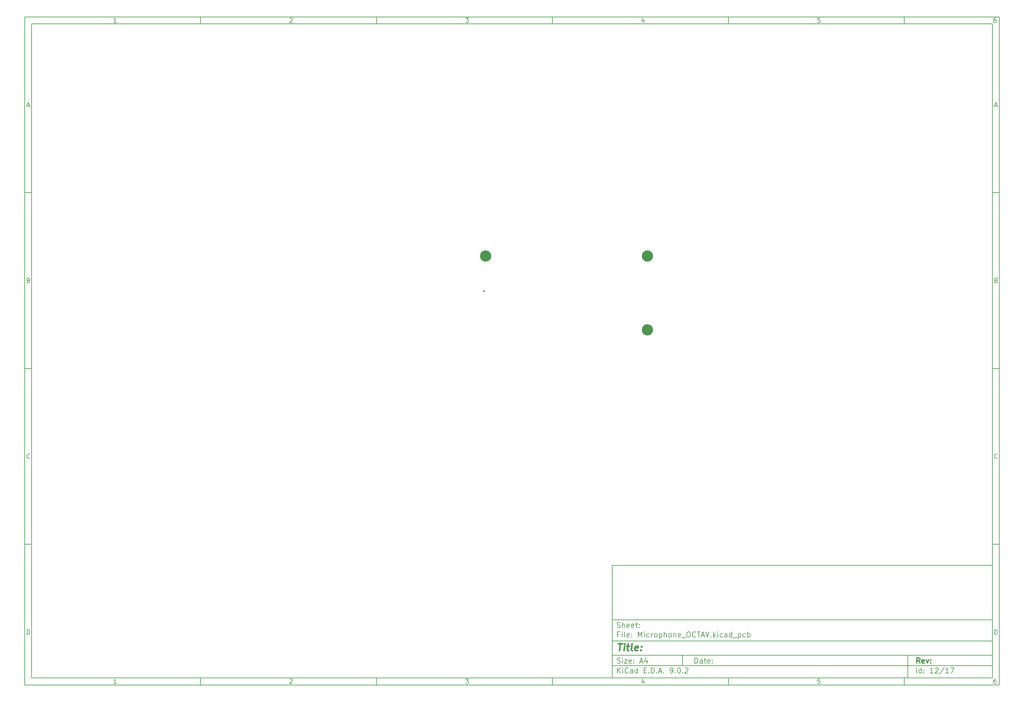
<source format=gbr>
%TF.GenerationSoftware,KiCad,Pcbnew,9.0.2*%
%TF.CreationDate,2025-08-29T05:40:04+02:00*%
%TF.ProjectId,Microphone_OCTAV,4d696372-6f70-4686-9f6e-655f4f435441,rev?*%
%TF.SameCoordinates,Original*%
%TF.FileFunction,Soldermask,Bot*%
%TF.FilePolarity,Negative*%
%FSLAX46Y46*%
G04 Gerber Fmt 4.6, Leading zero omitted, Abs format (unit mm)*
G04 Created by KiCad (PCBNEW 9.0.2) date 2025-08-29 05:40:04*
%MOMM*%
%LPD*%
G01*
G04 APERTURE LIST*
%ADD10C,0.100000*%
%ADD11C,0.150000*%
%ADD12C,0.300000*%
%ADD13C,0.400000*%
%ADD14C,3.200000*%
%ADD15C,0.500000*%
G04 APERTURE END LIST*
D10*
D11*
X177002200Y-166007200D02*
X285002200Y-166007200D01*
X285002200Y-198007200D01*
X177002200Y-198007200D01*
X177002200Y-166007200D01*
D10*
D11*
X10000000Y-10000000D02*
X287002200Y-10000000D01*
X287002200Y-200007200D01*
X10000000Y-200007200D01*
X10000000Y-10000000D01*
D10*
D11*
X12000000Y-12000000D02*
X285002200Y-12000000D01*
X285002200Y-198007200D01*
X12000000Y-198007200D01*
X12000000Y-12000000D01*
D10*
D11*
X60000000Y-12000000D02*
X60000000Y-10000000D01*
D10*
D11*
X110000000Y-12000000D02*
X110000000Y-10000000D01*
D10*
D11*
X160000000Y-12000000D02*
X160000000Y-10000000D01*
D10*
D11*
X210000000Y-12000000D02*
X210000000Y-10000000D01*
D10*
D11*
X260000000Y-12000000D02*
X260000000Y-10000000D01*
D10*
D11*
X36089160Y-11593604D02*
X35346303Y-11593604D01*
X35717731Y-11593604D02*
X35717731Y-10293604D01*
X35717731Y-10293604D02*
X35593922Y-10479319D01*
X35593922Y-10479319D02*
X35470112Y-10603128D01*
X35470112Y-10603128D02*
X35346303Y-10665033D01*
D10*
D11*
X85346303Y-10417414D02*
X85408207Y-10355509D01*
X85408207Y-10355509D02*
X85532017Y-10293604D01*
X85532017Y-10293604D02*
X85841541Y-10293604D01*
X85841541Y-10293604D02*
X85965350Y-10355509D01*
X85965350Y-10355509D02*
X86027255Y-10417414D01*
X86027255Y-10417414D02*
X86089160Y-10541223D01*
X86089160Y-10541223D02*
X86089160Y-10665033D01*
X86089160Y-10665033D02*
X86027255Y-10850747D01*
X86027255Y-10850747D02*
X85284398Y-11593604D01*
X85284398Y-11593604D02*
X86089160Y-11593604D01*
D10*
D11*
X135284398Y-10293604D02*
X136089160Y-10293604D01*
X136089160Y-10293604D02*
X135655826Y-10788842D01*
X135655826Y-10788842D02*
X135841541Y-10788842D01*
X135841541Y-10788842D02*
X135965350Y-10850747D01*
X135965350Y-10850747D02*
X136027255Y-10912652D01*
X136027255Y-10912652D02*
X136089160Y-11036461D01*
X136089160Y-11036461D02*
X136089160Y-11345985D01*
X136089160Y-11345985D02*
X136027255Y-11469795D01*
X136027255Y-11469795D02*
X135965350Y-11531700D01*
X135965350Y-11531700D02*
X135841541Y-11593604D01*
X135841541Y-11593604D02*
X135470112Y-11593604D01*
X135470112Y-11593604D02*
X135346303Y-11531700D01*
X135346303Y-11531700D02*
X135284398Y-11469795D01*
D10*
D11*
X185965350Y-10726938D02*
X185965350Y-11593604D01*
X185655826Y-10231700D02*
X185346303Y-11160271D01*
X185346303Y-11160271D02*
X186151064Y-11160271D01*
D10*
D11*
X236027255Y-10293604D02*
X235408207Y-10293604D01*
X235408207Y-10293604D02*
X235346303Y-10912652D01*
X235346303Y-10912652D02*
X235408207Y-10850747D01*
X235408207Y-10850747D02*
X235532017Y-10788842D01*
X235532017Y-10788842D02*
X235841541Y-10788842D01*
X235841541Y-10788842D02*
X235965350Y-10850747D01*
X235965350Y-10850747D02*
X236027255Y-10912652D01*
X236027255Y-10912652D02*
X236089160Y-11036461D01*
X236089160Y-11036461D02*
X236089160Y-11345985D01*
X236089160Y-11345985D02*
X236027255Y-11469795D01*
X236027255Y-11469795D02*
X235965350Y-11531700D01*
X235965350Y-11531700D02*
X235841541Y-11593604D01*
X235841541Y-11593604D02*
X235532017Y-11593604D01*
X235532017Y-11593604D02*
X235408207Y-11531700D01*
X235408207Y-11531700D02*
X235346303Y-11469795D01*
D10*
D11*
X285965350Y-10293604D02*
X285717731Y-10293604D01*
X285717731Y-10293604D02*
X285593922Y-10355509D01*
X285593922Y-10355509D02*
X285532017Y-10417414D01*
X285532017Y-10417414D02*
X285408207Y-10603128D01*
X285408207Y-10603128D02*
X285346303Y-10850747D01*
X285346303Y-10850747D02*
X285346303Y-11345985D01*
X285346303Y-11345985D02*
X285408207Y-11469795D01*
X285408207Y-11469795D02*
X285470112Y-11531700D01*
X285470112Y-11531700D02*
X285593922Y-11593604D01*
X285593922Y-11593604D02*
X285841541Y-11593604D01*
X285841541Y-11593604D02*
X285965350Y-11531700D01*
X285965350Y-11531700D02*
X286027255Y-11469795D01*
X286027255Y-11469795D02*
X286089160Y-11345985D01*
X286089160Y-11345985D02*
X286089160Y-11036461D01*
X286089160Y-11036461D02*
X286027255Y-10912652D01*
X286027255Y-10912652D02*
X285965350Y-10850747D01*
X285965350Y-10850747D02*
X285841541Y-10788842D01*
X285841541Y-10788842D02*
X285593922Y-10788842D01*
X285593922Y-10788842D02*
X285470112Y-10850747D01*
X285470112Y-10850747D02*
X285408207Y-10912652D01*
X285408207Y-10912652D02*
X285346303Y-11036461D01*
D10*
D11*
X60000000Y-198007200D02*
X60000000Y-200007200D01*
D10*
D11*
X110000000Y-198007200D02*
X110000000Y-200007200D01*
D10*
D11*
X160000000Y-198007200D02*
X160000000Y-200007200D01*
D10*
D11*
X210000000Y-198007200D02*
X210000000Y-200007200D01*
D10*
D11*
X260000000Y-198007200D02*
X260000000Y-200007200D01*
D10*
D11*
X36089160Y-199600804D02*
X35346303Y-199600804D01*
X35717731Y-199600804D02*
X35717731Y-198300804D01*
X35717731Y-198300804D02*
X35593922Y-198486519D01*
X35593922Y-198486519D02*
X35470112Y-198610328D01*
X35470112Y-198610328D02*
X35346303Y-198672233D01*
D10*
D11*
X85346303Y-198424614D02*
X85408207Y-198362709D01*
X85408207Y-198362709D02*
X85532017Y-198300804D01*
X85532017Y-198300804D02*
X85841541Y-198300804D01*
X85841541Y-198300804D02*
X85965350Y-198362709D01*
X85965350Y-198362709D02*
X86027255Y-198424614D01*
X86027255Y-198424614D02*
X86089160Y-198548423D01*
X86089160Y-198548423D02*
X86089160Y-198672233D01*
X86089160Y-198672233D02*
X86027255Y-198857947D01*
X86027255Y-198857947D02*
X85284398Y-199600804D01*
X85284398Y-199600804D02*
X86089160Y-199600804D01*
D10*
D11*
X135284398Y-198300804D02*
X136089160Y-198300804D01*
X136089160Y-198300804D02*
X135655826Y-198796042D01*
X135655826Y-198796042D02*
X135841541Y-198796042D01*
X135841541Y-198796042D02*
X135965350Y-198857947D01*
X135965350Y-198857947D02*
X136027255Y-198919852D01*
X136027255Y-198919852D02*
X136089160Y-199043661D01*
X136089160Y-199043661D02*
X136089160Y-199353185D01*
X136089160Y-199353185D02*
X136027255Y-199476995D01*
X136027255Y-199476995D02*
X135965350Y-199538900D01*
X135965350Y-199538900D02*
X135841541Y-199600804D01*
X135841541Y-199600804D02*
X135470112Y-199600804D01*
X135470112Y-199600804D02*
X135346303Y-199538900D01*
X135346303Y-199538900D02*
X135284398Y-199476995D01*
D10*
D11*
X185965350Y-198734138D02*
X185965350Y-199600804D01*
X185655826Y-198238900D02*
X185346303Y-199167471D01*
X185346303Y-199167471D02*
X186151064Y-199167471D01*
D10*
D11*
X236027255Y-198300804D02*
X235408207Y-198300804D01*
X235408207Y-198300804D02*
X235346303Y-198919852D01*
X235346303Y-198919852D02*
X235408207Y-198857947D01*
X235408207Y-198857947D02*
X235532017Y-198796042D01*
X235532017Y-198796042D02*
X235841541Y-198796042D01*
X235841541Y-198796042D02*
X235965350Y-198857947D01*
X235965350Y-198857947D02*
X236027255Y-198919852D01*
X236027255Y-198919852D02*
X236089160Y-199043661D01*
X236089160Y-199043661D02*
X236089160Y-199353185D01*
X236089160Y-199353185D02*
X236027255Y-199476995D01*
X236027255Y-199476995D02*
X235965350Y-199538900D01*
X235965350Y-199538900D02*
X235841541Y-199600804D01*
X235841541Y-199600804D02*
X235532017Y-199600804D01*
X235532017Y-199600804D02*
X235408207Y-199538900D01*
X235408207Y-199538900D02*
X235346303Y-199476995D01*
D10*
D11*
X285965350Y-198300804D02*
X285717731Y-198300804D01*
X285717731Y-198300804D02*
X285593922Y-198362709D01*
X285593922Y-198362709D02*
X285532017Y-198424614D01*
X285532017Y-198424614D02*
X285408207Y-198610328D01*
X285408207Y-198610328D02*
X285346303Y-198857947D01*
X285346303Y-198857947D02*
X285346303Y-199353185D01*
X285346303Y-199353185D02*
X285408207Y-199476995D01*
X285408207Y-199476995D02*
X285470112Y-199538900D01*
X285470112Y-199538900D02*
X285593922Y-199600804D01*
X285593922Y-199600804D02*
X285841541Y-199600804D01*
X285841541Y-199600804D02*
X285965350Y-199538900D01*
X285965350Y-199538900D02*
X286027255Y-199476995D01*
X286027255Y-199476995D02*
X286089160Y-199353185D01*
X286089160Y-199353185D02*
X286089160Y-199043661D01*
X286089160Y-199043661D02*
X286027255Y-198919852D01*
X286027255Y-198919852D02*
X285965350Y-198857947D01*
X285965350Y-198857947D02*
X285841541Y-198796042D01*
X285841541Y-198796042D02*
X285593922Y-198796042D01*
X285593922Y-198796042D02*
X285470112Y-198857947D01*
X285470112Y-198857947D02*
X285408207Y-198919852D01*
X285408207Y-198919852D02*
X285346303Y-199043661D01*
D10*
D11*
X10000000Y-60000000D02*
X12000000Y-60000000D01*
D10*
D11*
X10000000Y-110000000D02*
X12000000Y-110000000D01*
D10*
D11*
X10000000Y-160000000D02*
X12000000Y-160000000D01*
D10*
D11*
X10690476Y-35222176D02*
X11309523Y-35222176D01*
X10566666Y-35593604D02*
X10999999Y-34293604D01*
X10999999Y-34293604D02*
X11433333Y-35593604D01*
D10*
D11*
X11092857Y-84912652D02*
X11278571Y-84974557D01*
X11278571Y-84974557D02*
X11340476Y-85036461D01*
X11340476Y-85036461D02*
X11402380Y-85160271D01*
X11402380Y-85160271D02*
X11402380Y-85345985D01*
X11402380Y-85345985D02*
X11340476Y-85469795D01*
X11340476Y-85469795D02*
X11278571Y-85531700D01*
X11278571Y-85531700D02*
X11154761Y-85593604D01*
X11154761Y-85593604D02*
X10659523Y-85593604D01*
X10659523Y-85593604D02*
X10659523Y-84293604D01*
X10659523Y-84293604D02*
X11092857Y-84293604D01*
X11092857Y-84293604D02*
X11216666Y-84355509D01*
X11216666Y-84355509D02*
X11278571Y-84417414D01*
X11278571Y-84417414D02*
X11340476Y-84541223D01*
X11340476Y-84541223D02*
X11340476Y-84665033D01*
X11340476Y-84665033D02*
X11278571Y-84788842D01*
X11278571Y-84788842D02*
X11216666Y-84850747D01*
X11216666Y-84850747D02*
X11092857Y-84912652D01*
X11092857Y-84912652D02*
X10659523Y-84912652D01*
D10*
D11*
X11402380Y-135469795D02*
X11340476Y-135531700D01*
X11340476Y-135531700D02*
X11154761Y-135593604D01*
X11154761Y-135593604D02*
X11030952Y-135593604D01*
X11030952Y-135593604D02*
X10845238Y-135531700D01*
X10845238Y-135531700D02*
X10721428Y-135407890D01*
X10721428Y-135407890D02*
X10659523Y-135284080D01*
X10659523Y-135284080D02*
X10597619Y-135036461D01*
X10597619Y-135036461D02*
X10597619Y-134850747D01*
X10597619Y-134850747D02*
X10659523Y-134603128D01*
X10659523Y-134603128D02*
X10721428Y-134479319D01*
X10721428Y-134479319D02*
X10845238Y-134355509D01*
X10845238Y-134355509D02*
X11030952Y-134293604D01*
X11030952Y-134293604D02*
X11154761Y-134293604D01*
X11154761Y-134293604D02*
X11340476Y-134355509D01*
X11340476Y-134355509D02*
X11402380Y-134417414D01*
D10*
D11*
X10659523Y-185593604D02*
X10659523Y-184293604D01*
X10659523Y-184293604D02*
X10969047Y-184293604D01*
X10969047Y-184293604D02*
X11154761Y-184355509D01*
X11154761Y-184355509D02*
X11278571Y-184479319D01*
X11278571Y-184479319D02*
X11340476Y-184603128D01*
X11340476Y-184603128D02*
X11402380Y-184850747D01*
X11402380Y-184850747D02*
X11402380Y-185036461D01*
X11402380Y-185036461D02*
X11340476Y-185284080D01*
X11340476Y-185284080D02*
X11278571Y-185407890D01*
X11278571Y-185407890D02*
X11154761Y-185531700D01*
X11154761Y-185531700D02*
X10969047Y-185593604D01*
X10969047Y-185593604D02*
X10659523Y-185593604D01*
D10*
D11*
X287002200Y-60000000D02*
X285002200Y-60000000D01*
D10*
D11*
X287002200Y-110000000D02*
X285002200Y-110000000D01*
D10*
D11*
X287002200Y-160000000D02*
X285002200Y-160000000D01*
D10*
D11*
X285692676Y-35222176D02*
X286311723Y-35222176D01*
X285568866Y-35593604D02*
X286002199Y-34293604D01*
X286002199Y-34293604D02*
X286435533Y-35593604D01*
D10*
D11*
X286095057Y-84912652D02*
X286280771Y-84974557D01*
X286280771Y-84974557D02*
X286342676Y-85036461D01*
X286342676Y-85036461D02*
X286404580Y-85160271D01*
X286404580Y-85160271D02*
X286404580Y-85345985D01*
X286404580Y-85345985D02*
X286342676Y-85469795D01*
X286342676Y-85469795D02*
X286280771Y-85531700D01*
X286280771Y-85531700D02*
X286156961Y-85593604D01*
X286156961Y-85593604D02*
X285661723Y-85593604D01*
X285661723Y-85593604D02*
X285661723Y-84293604D01*
X285661723Y-84293604D02*
X286095057Y-84293604D01*
X286095057Y-84293604D02*
X286218866Y-84355509D01*
X286218866Y-84355509D02*
X286280771Y-84417414D01*
X286280771Y-84417414D02*
X286342676Y-84541223D01*
X286342676Y-84541223D02*
X286342676Y-84665033D01*
X286342676Y-84665033D02*
X286280771Y-84788842D01*
X286280771Y-84788842D02*
X286218866Y-84850747D01*
X286218866Y-84850747D02*
X286095057Y-84912652D01*
X286095057Y-84912652D02*
X285661723Y-84912652D01*
D10*
D11*
X286404580Y-135469795D02*
X286342676Y-135531700D01*
X286342676Y-135531700D02*
X286156961Y-135593604D01*
X286156961Y-135593604D02*
X286033152Y-135593604D01*
X286033152Y-135593604D02*
X285847438Y-135531700D01*
X285847438Y-135531700D02*
X285723628Y-135407890D01*
X285723628Y-135407890D02*
X285661723Y-135284080D01*
X285661723Y-135284080D02*
X285599819Y-135036461D01*
X285599819Y-135036461D02*
X285599819Y-134850747D01*
X285599819Y-134850747D02*
X285661723Y-134603128D01*
X285661723Y-134603128D02*
X285723628Y-134479319D01*
X285723628Y-134479319D02*
X285847438Y-134355509D01*
X285847438Y-134355509D02*
X286033152Y-134293604D01*
X286033152Y-134293604D02*
X286156961Y-134293604D01*
X286156961Y-134293604D02*
X286342676Y-134355509D01*
X286342676Y-134355509D02*
X286404580Y-134417414D01*
D10*
D11*
X285661723Y-185593604D02*
X285661723Y-184293604D01*
X285661723Y-184293604D02*
X285971247Y-184293604D01*
X285971247Y-184293604D02*
X286156961Y-184355509D01*
X286156961Y-184355509D02*
X286280771Y-184479319D01*
X286280771Y-184479319D02*
X286342676Y-184603128D01*
X286342676Y-184603128D02*
X286404580Y-184850747D01*
X286404580Y-184850747D02*
X286404580Y-185036461D01*
X286404580Y-185036461D02*
X286342676Y-185284080D01*
X286342676Y-185284080D02*
X286280771Y-185407890D01*
X286280771Y-185407890D02*
X286156961Y-185531700D01*
X286156961Y-185531700D02*
X285971247Y-185593604D01*
X285971247Y-185593604D02*
X285661723Y-185593604D01*
D10*
D11*
X200458026Y-193793328D02*
X200458026Y-192293328D01*
X200458026Y-192293328D02*
X200815169Y-192293328D01*
X200815169Y-192293328D02*
X201029455Y-192364757D01*
X201029455Y-192364757D02*
X201172312Y-192507614D01*
X201172312Y-192507614D02*
X201243741Y-192650471D01*
X201243741Y-192650471D02*
X201315169Y-192936185D01*
X201315169Y-192936185D02*
X201315169Y-193150471D01*
X201315169Y-193150471D02*
X201243741Y-193436185D01*
X201243741Y-193436185D02*
X201172312Y-193579042D01*
X201172312Y-193579042D02*
X201029455Y-193721900D01*
X201029455Y-193721900D02*
X200815169Y-193793328D01*
X200815169Y-193793328D02*
X200458026Y-193793328D01*
X202600884Y-193793328D02*
X202600884Y-193007614D01*
X202600884Y-193007614D02*
X202529455Y-192864757D01*
X202529455Y-192864757D02*
X202386598Y-192793328D01*
X202386598Y-192793328D02*
X202100884Y-192793328D01*
X202100884Y-192793328D02*
X201958026Y-192864757D01*
X202600884Y-193721900D02*
X202458026Y-193793328D01*
X202458026Y-193793328D02*
X202100884Y-193793328D01*
X202100884Y-193793328D02*
X201958026Y-193721900D01*
X201958026Y-193721900D02*
X201886598Y-193579042D01*
X201886598Y-193579042D02*
X201886598Y-193436185D01*
X201886598Y-193436185D02*
X201958026Y-193293328D01*
X201958026Y-193293328D02*
X202100884Y-193221900D01*
X202100884Y-193221900D02*
X202458026Y-193221900D01*
X202458026Y-193221900D02*
X202600884Y-193150471D01*
X203100884Y-192793328D02*
X203672312Y-192793328D01*
X203315169Y-192293328D02*
X203315169Y-193579042D01*
X203315169Y-193579042D02*
X203386598Y-193721900D01*
X203386598Y-193721900D02*
X203529455Y-193793328D01*
X203529455Y-193793328D02*
X203672312Y-193793328D01*
X204743741Y-193721900D02*
X204600884Y-193793328D01*
X204600884Y-193793328D02*
X204315170Y-193793328D01*
X204315170Y-193793328D02*
X204172312Y-193721900D01*
X204172312Y-193721900D02*
X204100884Y-193579042D01*
X204100884Y-193579042D02*
X204100884Y-193007614D01*
X204100884Y-193007614D02*
X204172312Y-192864757D01*
X204172312Y-192864757D02*
X204315170Y-192793328D01*
X204315170Y-192793328D02*
X204600884Y-192793328D01*
X204600884Y-192793328D02*
X204743741Y-192864757D01*
X204743741Y-192864757D02*
X204815170Y-193007614D01*
X204815170Y-193007614D02*
X204815170Y-193150471D01*
X204815170Y-193150471D02*
X204100884Y-193293328D01*
X205458026Y-193650471D02*
X205529455Y-193721900D01*
X205529455Y-193721900D02*
X205458026Y-193793328D01*
X205458026Y-193793328D02*
X205386598Y-193721900D01*
X205386598Y-193721900D02*
X205458026Y-193650471D01*
X205458026Y-193650471D02*
X205458026Y-193793328D01*
X205458026Y-192864757D02*
X205529455Y-192936185D01*
X205529455Y-192936185D02*
X205458026Y-193007614D01*
X205458026Y-193007614D02*
X205386598Y-192936185D01*
X205386598Y-192936185D02*
X205458026Y-192864757D01*
X205458026Y-192864757D02*
X205458026Y-193007614D01*
D10*
D11*
X177002200Y-194507200D02*
X285002200Y-194507200D01*
D10*
D11*
X178458026Y-196593328D02*
X178458026Y-195093328D01*
X179315169Y-196593328D02*
X178672312Y-195736185D01*
X179315169Y-195093328D02*
X178458026Y-195950471D01*
X179958026Y-196593328D02*
X179958026Y-195593328D01*
X179958026Y-195093328D02*
X179886598Y-195164757D01*
X179886598Y-195164757D02*
X179958026Y-195236185D01*
X179958026Y-195236185D02*
X180029455Y-195164757D01*
X180029455Y-195164757D02*
X179958026Y-195093328D01*
X179958026Y-195093328D02*
X179958026Y-195236185D01*
X181529455Y-196450471D02*
X181458027Y-196521900D01*
X181458027Y-196521900D02*
X181243741Y-196593328D01*
X181243741Y-196593328D02*
X181100884Y-196593328D01*
X181100884Y-196593328D02*
X180886598Y-196521900D01*
X180886598Y-196521900D02*
X180743741Y-196379042D01*
X180743741Y-196379042D02*
X180672312Y-196236185D01*
X180672312Y-196236185D02*
X180600884Y-195950471D01*
X180600884Y-195950471D02*
X180600884Y-195736185D01*
X180600884Y-195736185D02*
X180672312Y-195450471D01*
X180672312Y-195450471D02*
X180743741Y-195307614D01*
X180743741Y-195307614D02*
X180886598Y-195164757D01*
X180886598Y-195164757D02*
X181100884Y-195093328D01*
X181100884Y-195093328D02*
X181243741Y-195093328D01*
X181243741Y-195093328D02*
X181458027Y-195164757D01*
X181458027Y-195164757D02*
X181529455Y-195236185D01*
X182815170Y-196593328D02*
X182815170Y-195807614D01*
X182815170Y-195807614D02*
X182743741Y-195664757D01*
X182743741Y-195664757D02*
X182600884Y-195593328D01*
X182600884Y-195593328D02*
X182315170Y-195593328D01*
X182315170Y-195593328D02*
X182172312Y-195664757D01*
X182815170Y-196521900D02*
X182672312Y-196593328D01*
X182672312Y-196593328D02*
X182315170Y-196593328D01*
X182315170Y-196593328D02*
X182172312Y-196521900D01*
X182172312Y-196521900D02*
X182100884Y-196379042D01*
X182100884Y-196379042D02*
X182100884Y-196236185D01*
X182100884Y-196236185D02*
X182172312Y-196093328D01*
X182172312Y-196093328D02*
X182315170Y-196021900D01*
X182315170Y-196021900D02*
X182672312Y-196021900D01*
X182672312Y-196021900D02*
X182815170Y-195950471D01*
X184172313Y-196593328D02*
X184172313Y-195093328D01*
X184172313Y-196521900D02*
X184029455Y-196593328D01*
X184029455Y-196593328D02*
X183743741Y-196593328D01*
X183743741Y-196593328D02*
X183600884Y-196521900D01*
X183600884Y-196521900D02*
X183529455Y-196450471D01*
X183529455Y-196450471D02*
X183458027Y-196307614D01*
X183458027Y-196307614D02*
X183458027Y-195879042D01*
X183458027Y-195879042D02*
X183529455Y-195736185D01*
X183529455Y-195736185D02*
X183600884Y-195664757D01*
X183600884Y-195664757D02*
X183743741Y-195593328D01*
X183743741Y-195593328D02*
X184029455Y-195593328D01*
X184029455Y-195593328D02*
X184172313Y-195664757D01*
X186029455Y-195807614D02*
X186529455Y-195807614D01*
X186743741Y-196593328D02*
X186029455Y-196593328D01*
X186029455Y-196593328D02*
X186029455Y-195093328D01*
X186029455Y-195093328D02*
X186743741Y-195093328D01*
X187386598Y-196450471D02*
X187458027Y-196521900D01*
X187458027Y-196521900D02*
X187386598Y-196593328D01*
X187386598Y-196593328D02*
X187315170Y-196521900D01*
X187315170Y-196521900D02*
X187386598Y-196450471D01*
X187386598Y-196450471D02*
X187386598Y-196593328D01*
X188100884Y-196593328D02*
X188100884Y-195093328D01*
X188100884Y-195093328D02*
X188458027Y-195093328D01*
X188458027Y-195093328D02*
X188672313Y-195164757D01*
X188672313Y-195164757D02*
X188815170Y-195307614D01*
X188815170Y-195307614D02*
X188886599Y-195450471D01*
X188886599Y-195450471D02*
X188958027Y-195736185D01*
X188958027Y-195736185D02*
X188958027Y-195950471D01*
X188958027Y-195950471D02*
X188886599Y-196236185D01*
X188886599Y-196236185D02*
X188815170Y-196379042D01*
X188815170Y-196379042D02*
X188672313Y-196521900D01*
X188672313Y-196521900D02*
X188458027Y-196593328D01*
X188458027Y-196593328D02*
X188100884Y-196593328D01*
X189600884Y-196450471D02*
X189672313Y-196521900D01*
X189672313Y-196521900D02*
X189600884Y-196593328D01*
X189600884Y-196593328D02*
X189529456Y-196521900D01*
X189529456Y-196521900D02*
X189600884Y-196450471D01*
X189600884Y-196450471D02*
X189600884Y-196593328D01*
X190243742Y-196164757D02*
X190958028Y-196164757D01*
X190100885Y-196593328D02*
X190600885Y-195093328D01*
X190600885Y-195093328D02*
X191100885Y-196593328D01*
X191600884Y-196450471D02*
X191672313Y-196521900D01*
X191672313Y-196521900D02*
X191600884Y-196593328D01*
X191600884Y-196593328D02*
X191529456Y-196521900D01*
X191529456Y-196521900D02*
X191600884Y-196450471D01*
X191600884Y-196450471D02*
X191600884Y-196593328D01*
X193529456Y-196593328D02*
X193815170Y-196593328D01*
X193815170Y-196593328D02*
X193958027Y-196521900D01*
X193958027Y-196521900D02*
X194029456Y-196450471D01*
X194029456Y-196450471D02*
X194172313Y-196236185D01*
X194172313Y-196236185D02*
X194243742Y-195950471D01*
X194243742Y-195950471D02*
X194243742Y-195379042D01*
X194243742Y-195379042D02*
X194172313Y-195236185D01*
X194172313Y-195236185D02*
X194100885Y-195164757D01*
X194100885Y-195164757D02*
X193958027Y-195093328D01*
X193958027Y-195093328D02*
X193672313Y-195093328D01*
X193672313Y-195093328D02*
X193529456Y-195164757D01*
X193529456Y-195164757D02*
X193458027Y-195236185D01*
X193458027Y-195236185D02*
X193386599Y-195379042D01*
X193386599Y-195379042D02*
X193386599Y-195736185D01*
X193386599Y-195736185D02*
X193458027Y-195879042D01*
X193458027Y-195879042D02*
X193529456Y-195950471D01*
X193529456Y-195950471D02*
X193672313Y-196021900D01*
X193672313Y-196021900D02*
X193958027Y-196021900D01*
X193958027Y-196021900D02*
X194100885Y-195950471D01*
X194100885Y-195950471D02*
X194172313Y-195879042D01*
X194172313Y-195879042D02*
X194243742Y-195736185D01*
X194886598Y-196450471D02*
X194958027Y-196521900D01*
X194958027Y-196521900D02*
X194886598Y-196593328D01*
X194886598Y-196593328D02*
X194815170Y-196521900D01*
X194815170Y-196521900D02*
X194886598Y-196450471D01*
X194886598Y-196450471D02*
X194886598Y-196593328D01*
X195886599Y-195093328D02*
X196029456Y-195093328D01*
X196029456Y-195093328D02*
X196172313Y-195164757D01*
X196172313Y-195164757D02*
X196243742Y-195236185D01*
X196243742Y-195236185D02*
X196315170Y-195379042D01*
X196315170Y-195379042D02*
X196386599Y-195664757D01*
X196386599Y-195664757D02*
X196386599Y-196021900D01*
X196386599Y-196021900D02*
X196315170Y-196307614D01*
X196315170Y-196307614D02*
X196243742Y-196450471D01*
X196243742Y-196450471D02*
X196172313Y-196521900D01*
X196172313Y-196521900D02*
X196029456Y-196593328D01*
X196029456Y-196593328D02*
X195886599Y-196593328D01*
X195886599Y-196593328D02*
X195743742Y-196521900D01*
X195743742Y-196521900D02*
X195672313Y-196450471D01*
X195672313Y-196450471D02*
X195600884Y-196307614D01*
X195600884Y-196307614D02*
X195529456Y-196021900D01*
X195529456Y-196021900D02*
X195529456Y-195664757D01*
X195529456Y-195664757D02*
X195600884Y-195379042D01*
X195600884Y-195379042D02*
X195672313Y-195236185D01*
X195672313Y-195236185D02*
X195743742Y-195164757D01*
X195743742Y-195164757D02*
X195886599Y-195093328D01*
X197029455Y-196450471D02*
X197100884Y-196521900D01*
X197100884Y-196521900D02*
X197029455Y-196593328D01*
X197029455Y-196593328D02*
X196958027Y-196521900D01*
X196958027Y-196521900D02*
X197029455Y-196450471D01*
X197029455Y-196450471D02*
X197029455Y-196593328D01*
X197672313Y-195236185D02*
X197743741Y-195164757D01*
X197743741Y-195164757D02*
X197886599Y-195093328D01*
X197886599Y-195093328D02*
X198243741Y-195093328D01*
X198243741Y-195093328D02*
X198386599Y-195164757D01*
X198386599Y-195164757D02*
X198458027Y-195236185D01*
X198458027Y-195236185D02*
X198529456Y-195379042D01*
X198529456Y-195379042D02*
X198529456Y-195521900D01*
X198529456Y-195521900D02*
X198458027Y-195736185D01*
X198458027Y-195736185D02*
X197600884Y-196593328D01*
X197600884Y-196593328D02*
X198529456Y-196593328D01*
D10*
D11*
X177002200Y-191507200D02*
X285002200Y-191507200D01*
D10*
D12*
X264413853Y-193785528D02*
X263913853Y-193071242D01*
X263556710Y-193785528D02*
X263556710Y-192285528D01*
X263556710Y-192285528D02*
X264128139Y-192285528D01*
X264128139Y-192285528D02*
X264270996Y-192356957D01*
X264270996Y-192356957D02*
X264342425Y-192428385D01*
X264342425Y-192428385D02*
X264413853Y-192571242D01*
X264413853Y-192571242D02*
X264413853Y-192785528D01*
X264413853Y-192785528D02*
X264342425Y-192928385D01*
X264342425Y-192928385D02*
X264270996Y-192999814D01*
X264270996Y-192999814D02*
X264128139Y-193071242D01*
X264128139Y-193071242D02*
X263556710Y-193071242D01*
X265628139Y-193714100D02*
X265485282Y-193785528D01*
X265485282Y-193785528D02*
X265199568Y-193785528D01*
X265199568Y-193785528D02*
X265056710Y-193714100D01*
X265056710Y-193714100D02*
X264985282Y-193571242D01*
X264985282Y-193571242D02*
X264985282Y-192999814D01*
X264985282Y-192999814D02*
X265056710Y-192856957D01*
X265056710Y-192856957D02*
X265199568Y-192785528D01*
X265199568Y-192785528D02*
X265485282Y-192785528D01*
X265485282Y-192785528D02*
X265628139Y-192856957D01*
X265628139Y-192856957D02*
X265699568Y-192999814D01*
X265699568Y-192999814D02*
X265699568Y-193142671D01*
X265699568Y-193142671D02*
X264985282Y-193285528D01*
X266199567Y-192785528D02*
X266556710Y-193785528D01*
X266556710Y-193785528D02*
X266913853Y-192785528D01*
X267485281Y-193642671D02*
X267556710Y-193714100D01*
X267556710Y-193714100D02*
X267485281Y-193785528D01*
X267485281Y-193785528D02*
X267413853Y-193714100D01*
X267413853Y-193714100D02*
X267485281Y-193642671D01*
X267485281Y-193642671D02*
X267485281Y-193785528D01*
X267485281Y-192856957D02*
X267556710Y-192928385D01*
X267556710Y-192928385D02*
X267485281Y-192999814D01*
X267485281Y-192999814D02*
X267413853Y-192928385D01*
X267413853Y-192928385D02*
X267485281Y-192856957D01*
X267485281Y-192856957D02*
X267485281Y-192999814D01*
D10*
D11*
X178386598Y-193721900D02*
X178600884Y-193793328D01*
X178600884Y-193793328D02*
X178958026Y-193793328D01*
X178958026Y-193793328D02*
X179100884Y-193721900D01*
X179100884Y-193721900D02*
X179172312Y-193650471D01*
X179172312Y-193650471D02*
X179243741Y-193507614D01*
X179243741Y-193507614D02*
X179243741Y-193364757D01*
X179243741Y-193364757D02*
X179172312Y-193221900D01*
X179172312Y-193221900D02*
X179100884Y-193150471D01*
X179100884Y-193150471D02*
X178958026Y-193079042D01*
X178958026Y-193079042D02*
X178672312Y-193007614D01*
X178672312Y-193007614D02*
X178529455Y-192936185D01*
X178529455Y-192936185D02*
X178458026Y-192864757D01*
X178458026Y-192864757D02*
X178386598Y-192721900D01*
X178386598Y-192721900D02*
X178386598Y-192579042D01*
X178386598Y-192579042D02*
X178458026Y-192436185D01*
X178458026Y-192436185D02*
X178529455Y-192364757D01*
X178529455Y-192364757D02*
X178672312Y-192293328D01*
X178672312Y-192293328D02*
X179029455Y-192293328D01*
X179029455Y-192293328D02*
X179243741Y-192364757D01*
X179886597Y-193793328D02*
X179886597Y-192793328D01*
X179886597Y-192293328D02*
X179815169Y-192364757D01*
X179815169Y-192364757D02*
X179886597Y-192436185D01*
X179886597Y-192436185D02*
X179958026Y-192364757D01*
X179958026Y-192364757D02*
X179886597Y-192293328D01*
X179886597Y-192293328D02*
X179886597Y-192436185D01*
X180458026Y-192793328D02*
X181243741Y-192793328D01*
X181243741Y-192793328D02*
X180458026Y-193793328D01*
X180458026Y-193793328D02*
X181243741Y-193793328D01*
X182386598Y-193721900D02*
X182243741Y-193793328D01*
X182243741Y-193793328D02*
X181958027Y-193793328D01*
X181958027Y-193793328D02*
X181815169Y-193721900D01*
X181815169Y-193721900D02*
X181743741Y-193579042D01*
X181743741Y-193579042D02*
X181743741Y-193007614D01*
X181743741Y-193007614D02*
X181815169Y-192864757D01*
X181815169Y-192864757D02*
X181958027Y-192793328D01*
X181958027Y-192793328D02*
X182243741Y-192793328D01*
X182243741Y-192793328D02*
X182386598Y-192864757D01*
X182386598Y-192864757D02*
X182458027Y-193007614D01*
X182458027Y-193007614D02*
X182458027Y-193150471D01*
X182458027Y-193150471D02*
X181743741Y-193293328D01*
X183100883Y-193650471D02*
X183172312Y-193721900D01*
X183172312Y-193721900D02*
X183100883Y-193793328D01*
X183100883Y-193793328D02*
X183029455Y-193721900D01*
X183029455Y-193721900D02*
X183100883Y-193650471D01*
X183100883Y-193650471D02*
X183100883Y-193793328D01*
X183100883Y-192864757D02*
X183172312Y-192936185D01*
X183172312Y-192936185D02*
X183100883Y-193007614D01*
X183100883Y-193007614D02*
X183029455Y-192936185D01*
X183029455Y-192936185D02*
X183100883Y-192864757D01*
X183100883Y-192864757D02*
X183100883Y-193007614D01*
X184886598Y-193364757D02*
X185600884Y-193364757D01*
X184743741Y-193793328D02*
X185243741Y-192293328D01*
X185243741Y-192293328D02*
X185743741Y-193793328D01*
X186886598Y-192793328D02*
X186886598Y-193793328D01*
X186529455Y-192221900D02*
X186172312Y-193293328D01*
X186172312Y-193293328D02*
X187100883Y-193293328D01*
D10*
D11*
X263458026Y-196593328D02*
X263458026Y-195093328D01*
X264815170Y-196593328D02*
X264815170Y-195093328D01*
X264815170Y-196521900D02*
X264672312Y-196593328D01*
X264672312Y-196593328D02*
X264386598Y-196593328D01*
X264386598Y-196593328D02*
X264243741Y-196521900D01*
X264243741Y-196521900D02*
X264172312Y-196450471D01*
X264172312Y-196450471D02*
X264100884Y-196307614D01*
X264100884Y-196307614D02*
X264100884Y-195879042D01*
X264100884Y-195879042D02*
X264172312Y-195736185D01*
X264172312Y-195736185D02*
X264243741Y-195664757D01*
X264243741Y-195664757D02*
X264386598Y-195593328D01*
X264386598Y-195593328D02*
X264672312Y-195593328D01*
X264672312Y-195593328D02*
X264815170Y-195664757D01*
X265529455Y-196450471D02*
X265600884Y-196521900D01*
X265600884Y-196521900D02*
X265529455Y-196593328D01*
X265529455Y-196593328D02*
X265458027Y-196521900D01*
X265458027Y-196521900D02*
X265529455Y-196450471D01*
X265529455Y-196450471D02*
X265529455Y-196593328D01*
X265529455Y-195664757D02*
X265600884Y-195736185D01*
X265600884Y-195736185D02*
X265529455Y-195807614D01*
X265529455Y-195807614D02*
X265458027Y-195736185D01*
X265458027Y-195736185D02*
X265529455Y-195664757D01*
X265529455Y-195664757D02*
X265529455Y-195807614D01*
X268172313Y-196593328D02*
X267315170Y-196593328D01*
X267743741Y-196593328D02*
X267743741Y-195093328D01*
X267743741Y-195093328D02*
X267600884Y-195307614D01*
X267600884Y-195307614D02*
X267458027Y-195450471D01*
X267458027Y-195450471D02*
X267315170Y-195521900D01*
X268743741Y-195236185D02*
X268815169Y-195164757D01*
X268815169Y-195164757D02*
X268958027Y-195093328D01*
X268958027Y-195093328D02*
X269315169Y-195093328D01*
X269315169Y-195093328D02*
X269458027Y-195164757D01*
X269458027Y-195164757D02*
X269529455Y-195236185D01*
X269529455Y-195236185D02*
X269600884Y-195379042D01*
X269600884Y-195379042D02*
X269600884Y-195521900D01*
X269600884Y-195521900D02*
X269529455Y-195736185D01*
X269529455Y-195736185D02*
X268672312Y-196593328D01*
X268672312Y-196593328D02*
X269600884Y-196593328D01*
X271315169Y-195021900D02*
X270029455Y-196950471D01*
X272600884Y-196593328D02*
X271743741Y-196593328D01*
X272172312Y-196593328D02*
X272172312Y-195093328D01*
X272172312Y-195093328D02*
X272029455Y-195307614D01*
X272029455Y-195307614D02*
X271886598Y-195450471D01*
X271886598Y-195450471D02*
X271743741Y-195521900D01*
X273100883Y-195093328D02*
X274100883Y-195093328D01*
X274100883Y-195093328D02*
X273458026Y-196593328D01*
D10*
D11*
X177002200Y-187507200D02*
X285002200Y-187507200D01*
D10*
D13*
X178693928Y-188211638D02*
X179836785Y-188211638D01*
X179015357Y-190211638D02*
X179265357Y-188211638D01*
X180253452Y-190211638D02*
X180420119Y-188878304D01*
X180503452Y-188211638D02*
X180396309Y-188306876D01*
X180396309Y-188306876D02*
X180479643Y-188402114D01*
X180479643Y-188402114D02*
X180586786Y-188306876D01*
X180586786Y-188306876D02*
X180503452Y-188211638D01*
X180503452Y-188211638D02*
X180479643Y-188402114D01*
X181086786Y-188878304D02*
X181848690Y-188878304D01*
X181455833Y-188211638D02*
X181241548Y-189925923D01*
X181241548Y-189925923D02*
X181312976Y-190116400D01*
X181312976Y-190116400D02*
X181491548Y-190211638D01*
X181491548Y-190211638D02*
X181682024Y-190211638D01*
X182634405Y-190211638D02*
X182455833Y-190116400D01*
X182455833Y-190116400D02*
X182384405Y-189925923D01*
X182384405Y-189925923D02*
X182598690Y-188211638D01*
X184170119Y-190116400D02*
X183967738Y-190211638D01*
X183967738Y-190211638D02*
X183586785Y-190211638D01*
X183586785Y-190211638D02*
X183408214Y-190116400D01*
X183408214Y-190116400D02*
X183336785Y-189925923D01*
X183336785Y-189925923D02*
X183432024Y-189164019D01*
X183432024Y-189164019D02*
X183551071Y-188973542D01*
X183551071Y-188973542D02*
X183753452Y-188878304D01*
X183753452Y-188878304D02*
X184134404Y-188878304D01*
X184134404Y-188878304D02*
X184312976Y-188973542D01*
X184312976Y-188973542D02*
X184384404Y-189164019D01*
X184384404Y-189164019D02*
X184360595Y-189354495D01*
X184360595Y-189354495D02*
X183384404Y-189544971D01*
X185134405Y-190021161D02*
X185217738Y-190116400D01*
X185217738Y-190116400D02*
X185110595Y-190211638D01*
X185110595Y-190211638D02*
X185027262Y-190116400D01*
X185027262Y-190116400D02*
X185134405Y-190021161D01*
X185134405Y-190021161D02*
X185110595Y-190211638D01*
X185265357Y-188973542D02*
X185348690Y-189068780D01*
X185348690Y-189068780D02*
X185241548Y-189164019D01*
X185241548Y-189164019D02*
X185158214Y-189068780D01*
X185158214Y-189068780D02*
X185265357Y-188973542D01*
X185265357Y-188973542D02*
X185241548Y-189164019D01*
D10*
D11*
X178958026Y-185607614D02*
X178458026Y-185607614D01*
X178458026Y-186393328D02*
X178458026Y-184893328D01*
X178458026Y-184893328D02*
X179172312Y-184893328D01*
X179743740Y-186393328D02*
X179743740Y-185393328D01*
X179743740Y-184893328D02*
X179672312Y-184964757D01*
X179672312Y-184964757D02*
X179743740Y-185036185D01*
X179743740Y-185036185D02*
X179815169Y-184964757D01*
X179815169Y-184964757D02*
X179743740Y-184893328D01*
X179743740Y-184893328D02*
X179743740Y-185036185D01*
X180672312Y-186393328D02*
X180529455Y-186321900D01*
X180529455Y-186321900D02*
X180458026Y-186179042D01*
X180458026Y-186179042D02*
X180458026Y-184893328D01*
X181815169Y-186321900D02*
X181672312Y-186393328D01*
X181672312Y-186393328D02*
X181386598Y-186393328D01*
X181386598Y-186393328D02*
X181243740Y-186321900D01*
X181243740Y-186321900D02*
X181172312Y-186179042D01*
X181172312Y-186179042D02*
X181172312Y-185607614D01*
X181172312Y-185607614D02*
X181243740Y-185464757D01*
X181243740Y-185464757D02*
X181386598Y-185393328D01*
X181386598Y-185393328D02*
X181672312Y-185393328D01*
X181672312Y-185393328D02*
X181815169Y-185464757D01*
X181815169Y-185464757D02*
X181886598Y-185607614D01*
X181886598Y-185607614D02*
X181886598Y-185750471D01*
X181886598Y-185750471D02*
X181172312Y-185893328D01*
X182529454Y-186250471D02*
X182600883Y-186321900D01*
X182600883Y-186321900D02*
X182529454Y-186393328D01*
X182529454Y-186393328D02*
X182458026Y-186321900D01*
X182458026Y-186321900D02*
X182529454Y-186250471D01*
X182529454Y-186250471D02*
X182529454Y-186393328D01*
X182529454Y-185464757D02*
X182600883Y-185536185D01*
X182600883Y-185536185D02*
X182529454Y-185607614D01*
X182529454Y-185607614D02*
X182458026Y-185536185D01*
X182458026Y-185536185D02*
X182529454Y-185464757D01*
X182529454Y-185464757D02*
X182529454Y-185607614D01*
X184386597Y-186393328D02*
X184386597Y-184893328D01*
X184386597Y-184893328D02*
X184886597Y-185964757D01*
X184886597Y-185964757D02*
X185386597Y-184893328D01*
X185386597Y-184893328D02*
X185386597Y-186393328D01*
X186100883Y-186393328D02*
X186100883Y-185393328D01*
X186100883Y-184893328D02*
X186029455Y-184964757D01*
X186029455Y-184964757D02*
X186100883Y-185036185D01*
X186100883Y-185036185D02*
X186172312Y-184964757D01*
X186172312Y-184964757D02*
X186100883Y-184893328D01*
X186100883Y-184893328D02*
X186100883Y-185036185D01*
X187458027Y-186321900D02*
X187315169Y-186393328D01*
X187315169Y-186393328D02*
X187029455Y-186393328D01*
X187029455Y-186393328D02*
X186886598Y-186321900D01*
X186886598Y-186321900D02*
X186815169Y-186250471D01*
X186815169Y-186250471D02*
X186743741Y-186107614D01*
X186743741Y-186107614D02*
X186743741Y-185679042D01*
X186743741Y-185679042D02*
X186815169Y-185536185D01*
X186815169Y-185536185D02*
X186886598Y-185464757D01*
X186886598Y-185464757D02*
X187029455Y-185393328D01*
X187029455Y-185393328D02*
X187315169Y-185393328D01*
X187315169Y-185393328D02*
X187458027Y-185464757D01*
X188100883Y-186393328D02*
X188100883Y-185393328D01*
X188100883Y-185679042D02*
X188172312Y-185536185D01*
X188172312Y-185536185D02*
X188243741Y-185464757D01*
X188243741Y-185464757D02*
X188386598Y-185393328D01*
X188386598Y-185393328D02*
X188529455Y-185393328D01*
X189243740Y-186393328D02*
X189100883Y-186321900D01*
X189100883Y-186321900D02*
X189029454Y-186250471D01*
X189029454Y-186250471D02*
X188958026Y-186107614D01*
X188958026Y-186107614D02*
X188958026Y-185679042D01*
X188958026Y-185679042D02*
X189029454Y-185536185D01*
X189029454Y-185536185D02*
X189100883Y-185464757D01*
X189100883Y-185464757D02*
X189243740Y-185393328D01*
X189243740Y-185393328D02*
X189458026Y-185393328D01*
X189458026Y-185393328D02*
X189600883Y-185464757D01*
X189600883Y-185464757D02*
X189672312Y-185536185D01*
X189672312Y-185536185D02*
X189743740Y-185679042D01*
X189743740Y-185679042D02*
X189743740Y-186107614D01*
X189743740Y-186107614D02*
X189672312Y-186250471D01*
X189672312Y-186250471D02*
X189600883Y-186321900D01*
X189600883Y-186321900D02*
X189458026Y-186393328D01*
X189458026Y-186393328D02*
X189243740Y-186393328D01*
X190386597Y-185393328D02*
X190386597Y-186893328D01*
X190386597Y-185464757D02*
X190529455Y-185393328D01*
X190529455Y-185393328D02*
X190815169Y-185393328D01*
X190815169Y-185393328D02*
X190958026Y-185464757D01*
X190958026Y-185464757D02*
X191029455Y-185536185D01*
X191029455Y-185536185D02*
X191100883Y-185679042D01*
X191100883Y-185679042D02*
X191100883Y-186107614D01*
X191100883Y-186107614D02*
X191029455Y-186250471D01*
X191029455Y-186250471D02*
X190958026Y-186321900D01*
X190958026Y-186321900D02*
X190815169Y-186393328D01*
X190815169Y-186393328D02*
X190529455Y-186393328D01*
X190529455Y-186393328D02*
X190386597Y-186321900D01*
X191743740Y-186393328D02*
X191743740Y-184893328D01*
X192386598Y-186393328D02*
X192386598Y-185607614D01*
X192386598Y-185607614D02*
X192315169Y-185464757D01*
X192315169Y-185464757D02*
X192172312Y-185393328D01*
X192172312Y-185393328D02*
X191958026Y-185393328D01*
X191958026Y-185393328D02*
X191815169Y-185464757D01*
X191815169Y-185464757D02*
X191743740Y-185536185D01*
X193315169Y-186393328D02*
X193172312Y-186321900D01*
X193172312Y-186321900D02*
X193100883Y-186250471D01*
X193100883Y-186250471D02*
X193029455Y-186107614D01*
X193029455Y-186107614D02*
X193029455Y-185679042D01*
X193029455Y-185679042D02*
X193100883Y-185536185D01*
X193100883Y-185536185D02*
X193172312Y-185464757D01*
X193172312Y-185464757D02*
X193315169Y-185393328D01*
X193315169Y-185393328D02*
X193529455Y-185393328D01*
X193529455Y-185393328D02*
X193672312Y-185464757D01*
X193672312Y-185464757D02*
X193743741Y-185536185D01*
X193743741Y-185536185D02*
X193815169Y-185679042D01*
X193815169Y-185679042D02*
X193815169Y-186107614D01*
X193815169Y-186107614D02*
X193743741Y-186250471D01*
X193743741Y-186250471D02*
X193672312Y-186321900D01*
X193672312Y-186321900D02*
X193529455Y-186393328D01*
X193529455Y-186393328D02*
X193315169Y-186393328D01*
X194458026Y-185393328D02*
X194458026Y-186393328D01*
X194458026Y-185536185D02*
X194529455Y-185464757D01*
X194529455Y-185464757D02*
X194672312Y-185393328D01*
X194672312Y-185393328D02*
X194886598Y-185393328D01*
X194886598Y-185393328D02*
X195029455Y-185464757D01*
X195029455Y-185464757D02*
X195100884Y-185607614D01*
X195100884Y-185607614D02*
X195100884Y-186393328D01*
X196386598Y-186321900D02*
X196243741Y-186393328D01*
X196243741Y-186393328D02*
X195958027Y-186393328D01*
X195958027Y-186393328D02*
X195815169Y-186321900D01*
X195815169Y-186321900D02*
X195743741Y-186179042D01*
X195743741Y-186179042D02*
X195743741Y-185607614D01*
X195743741Y-185607614D02*
X195815169Y-185464757D01*
X195815169Y-185464757D02*
X195958027Y-185393328D01*
X195958027Y-185393328D02*
X196243741Y-185393328D01*
X196243741Y-185393328D02*
X196386598Y-185464757D01*
X196386598Y-185464757D02*
X196458027Y-185607614D01*
X196458027Y-185607614D02*
X196458027Y-185750471D01*
X196458027Y-185750471D02*
X195743741Y-185893328D01*
X196743741Y-186536185D02*
X197886598Y-186536185D01*
X198529455Y-184893328D02*
X198815169Y-184893328D01*
X198815169Y-184893328D02*
X198958026Y-184964757D01*
X198958026Y-184964757D02*
X199100883Y-185107614D01*
X199100883Y-185107614D02*
X199172312Y-185393328D01*
X199172312Y-185393328D02*
X199172312Y-185893328D01*
X199172312Y-185893328D02*
X199100883Y-186179042D01*
X199100883Y-186179042D02*
X198958026Y-186321900D01*
X198958026Y-186321900D02*
X198815169Y-186393328D01*
X198815169Y-186393328D02*
X198529455Y-186393328D01*
X198529455Y-186393328D02*
X198386598Y-186321900D01*
X198386598Y-186321900D02*
X198243740Y-186179042D01*
X198243740Y-186179042D02*
X198172312Y-185893328D01*
X198172312Y-185893328D02*
X198172312Y-185393328D01*
X198172312Y-185393328D02*
X198243740Y-185107614D01*
X198243740Y-185107614D02*
X198386598Y-184964757D01*
X198386598Y-184964757D02*
X198529455Y-184893328D01*
X200672312Y-186250471D02*
X200600884Y-186321900D01*
X200600884Y-186321900D02*
X200386598Y-186393328D01*
X200386598Y-186393328D02*
X200243741Y-186393328D01*
X200243741Y-186393328D02*
X200029455Y-186321900D01*
X200029455Y-186321900D02*
X199886598Y-186179042D01*
X199886598Y-186179042D02*
X199815169Y-186036185D01*
X199815169Y-186036185D02*
X199743741Y-185750471D01*
X199743741Y-185750471D02*
X199743741Y-185536185D01*
X199743741Y-185536185D02*
X199815169Y-185250471D01*
X199815169Y-185250471D02*
X199886598Y-185107614D01*
X199886598Y-185107614D02*
X200029455Y-184964757D01*
X200029455Y-184964757D02*
X200243741Y-184893328D01*
X200243741Y-184893328D02*
X200386598Y-184893328D01*
X200386598Y-184893328D02*
X200600884Y-184964757D01*
X200600884Y-184964757D02*
X200672312Y-185036185D01*
X201100884Y-184893328D02*
X201958027Y-184893328D01*
X201529455Y-186393328D02*
X201529455Y-184893328D01*
X202386598Y-185964757D02*
X203100884Y-185964757D01*
X202243741Y-186393328D02*
X202743741Y-184893328D01*
X202743741Y-184893328D02*
X203243741Y-186393328D01*
X203529455Y-184893328D02*
X204029455Y-186393328D01*
X204029455Y-186393328D02*
X204529455Y-184893328D01*
X205029454Y-186250471D02*
X205100883Y-186321900D01*
X205100883Y-186321900D02*
X205029454Y-186393328D01*
X205029454Y-186393328D02*
X204958026Y-186321900D01*
X204958026Y-186321900D02*
X205029454Y-186250471D01*
X205029454Y-186250471D02*
X205029454Y-186393328D01*
X205743740Y-186393328D02*
X205743740Y-184893328D01*
X205886598Y-185821900D02*
X206315169Y-186393328D01*
X206315169Y-185393328D02*
X205743740Y-185964757D01*
X206958026Y-186393328D02*
X206958026Y-185393328D01*
X206958026Y-184893328D02*
X206886598Y-184964757D01*
X206886598Y-184964757D02*
X206958026Y-185036185D01*
X206958026Y-185036185D02*
X207029455Y-184964757D01*
X207029455Y-184964757D02*
X206958026Y-184893328D01*
X206958026Y-184893328D02*
X206958026Y-185036185D01*
X208315170Y-186321900D02*
X208172312Y-186393328D01*
X208172312Y-186393328D02*
X207886598Y-186393328D01*
X207886598Y-186393328D02*
X207743741Y-186321900D01*
X207743741Y-186321900D02*
X207672312Y-186250471D01*
X207672312Y-186250471D02*
X207600884Y-186107614D01*
X207600884Y-186107614D02*
X207600884Y-185679042D01*
X207600884Y-185679042D02*
X207672312Y-185536185D01*
X207672312Y-185536185D02*
X207743741Y-185464757D01*
X207743741Y-185464757D02*
X207886598Y-185393328D01*
X207886598Y-185393328D02*
X208172312Y-185393328D01*
X208172312Y-185393328D02*
X208315170Y-185464757D01*
X209600884Y-186393328D02*
X209600884Y-185607614D01*
X209600884Y-185607614D02*
X209529455Y-185464757D01*
X209529455Y-185464757D02*
X209386598Y-185393328D01*
X209386598Y-185393328D02*
X209100884Y-185393328D01*
X209100884Y-185393328D02*
X208958026Y-185464757D01*
X209600884Y-186321900D02*
X209458026Y-186393328D01*
X209458026Y-186393328D02*
X209100884Y-186393328D01*
X209100884Y-186393328D02*
X208958026Y-186321900D01*
X208958026Y-186321900D02*
X208886598Y-186179042D01*
X208886598Y-186179042D02*
X208886598Y-186036185D01*
X208886598Y-186036185D02*
X208958026Y-185893328D01*
X208958026Y-185893328D02*
X209100884Y-185821900D01*
X209100884Y-185821900D02*
X209458026Y-185821900D01*
X209458026Y-185821900D02*
X209600884Y-185750471D01*
X210958027Y-186393328D02*
X210958027Y-184893328D01*
X210958027Y-186321900D02*
X210815169Y-186393328D01*
X210815169Y-186393328D02*
X210529455Y-186393328D01*
X210529455Y-186393328D02*
X210386598Y-186321900D01*
X210386598Y-186321900D02*
X210315169Y-186250471D01*
X210315169Y-186250471D02*
X210243741Y-186107614D01*
X210243741Y-186107614D02*
X210243741Y-185679042D01*
X210243741Y-185679042D02*
X210315169Y-185536185D01*
X210315169Y-185536185D02*
X210386598Y-185464757D01*
X210386598Y-185464757D02*
X210529455Y-185393328D01*
X210529455Y-185393328D02*
X210815169Y-185393328D01*
X210815169Y-185393328D02*
X210958027Y-185464757D01*
X211315170Y-186536185D02*
X212458027Y-186536185D01*
X212815169Y-185393328D02*
X212815169Y-186893328D01*
X212815169Y-185464757D02*
X212958027Y-185393328D01*
X212958027Y-185393328D02*
X213243741Y-185393328D01*
X213243741Y-185393328D02*
X213386598Y-185464757D01*
X213386598Y-185464757D02*
X213458027Y-185536185D01*
X213458027Y-185536185D02*
X213529455Y-185679042D01*
X213529455Y-185679042D02*
X213529455Y-186107614D01*
X213529455Y-186107614D02*
X213458027Y-186250471D01*
X213458027Y-186250471D02*
X213386598Y-186321900D01*
X213386598Y-186321900D02*
X213243741Y-186393328D01*
X213243741Y-186393328D02*
X212958027Y-186393328D01*
X212958027Y-186393328D02*
X212815169Y-186321900D01*
X214815170Y-186321900D02*
X214672312Y-186393328D01*
X214672312Y-186393328D02*
X214386598Y-186393328D01*
X214386598Y-186393328D02*
X214243741Y-186321900D01*
X214243741Y-186321900D02*
X214172312Y-186250471D01*
X214172312Y-186250471D02*
X214100884Y-186107614D01*
X214100884Y-186107614D02*
X214100884Y-185679042D01*
X214100884Y-185679042D02*
X214172312Y-185536185D01*
X214172312Y-185536185D02*
X214243741Y-185464757D01*
X214243741Y-185464757D02*
X214386598Y-185393328D01*
X214386598Y-185393328D02*
X214672312Y-185393328D01*
X214672312Y-185393328D02*
X214815170Y-185464757D01*
X215458026Y-186393328D02*
X215458026Y-184893328D01*
X215458026Y-185464757D02*
X215600884Y-185393328D01*
X215600884Y-185393328D02*
X215886598Y-185393328D01*
X215886598Y-185393328D02*
X216029455Y-185464757D01*
X216029455Y-185464757D02*
X216100884Y-185536185D01*
X216100884Y-185536185D02*
X216172312Y-185679042D01*
X216172312Y-185679042D02*
X216172312Y-186107614D01*
X216172312Y-186107614D02*
X216100884Y-186250471D01*
X216100884Y-186250471D02*
X216029455Y-186321900D01*
X216029455Y-186321900D02*
X215886598Y-186393328D01*
X215886598Y-186393328D02*
X215600884Y-186393328D01*
X215600884Y-186393328D02*
X215458026Y-186321900D01*
D10*
D11*
X177002200Y-181507200D02*
X285002200Y-181507200D01*
D10*
D11*
X178386598Y-183621900D02*
X178600884Y-183693328D01*
X178600884Y-183693328D02*
X178958026Y-183693328D01*
X178958026Y-183693328D02*
X179100884Y-183621900D01*
X179100884Y-183621900D02*
X179172312Y-183550471D01*
X179172312Y-183550471D02*
X179243741Y-183407614D01*
X179243741Y-183407614D02*
X179243741Y-183264757D01*
X179243741Y-183264757D02*
X179172312Y-183121900D01*
X179172312Y-183121900D02*
X179100884Y-183050471D01*
X179100884Y-183050471D02*
X178958026Y-182979042D01*
X178958026Y-182979042D02*
X178672312Y-182907614D01*
X178672312Y-182907614D02*
X178529455Y-182836185D01*
X178529455Y-182836185D02*
X178458026Y-182764757D01*
X178458026Y-182764757D02*
X178386598Y-182621900D01*
X178386598Y-182621900D02*
X178386598Y-182479042D01*
X178386598Y-182479042D02*
X178458026Y-182336185D01*
X178458026Y-182336185D02*
X178529455Y-182264757D01*
X178529455Y-182264757D02*
X178672312Y-182193328D01*
X178672312Y-182193328D02*
X179029455Y-182193328D01*
X179029455Y-182193328D02*
X179243741Y-182264757D01*
X179886597Y-183693328D02*
X179886597Y-182193328D01*
X180529455Y-183693328D02*
X180529455Y-182907614D01*
X180529455Y-182907614D02*
X180458026Y-182764757D01*
X180458026Y-182764757D02*
X180315169Y-182693328D01*
X180315169Y-182693328D02*
X180100883Y-182693328D01*
X180100883Y-182693328D02*
X179958026Y-182764757D01*
X179958026Y-182764757D02*
X179886597Y-182836185D01*
X181815169Y-183621900D02*
X181672312Y-183693328D01*
X181672312Y-183693328D02*
X181386598Y-183693328D01*
X181386598Y-183693328D02*
X181243740Y-183621900D01*
X181243740Y-183621900D02*
X181172312Y-183479042D01*
X181172312Y-183479042D02*
X181172312Y-182907614D01*
X181172312Y-182907614D02*
X181243740Y-182764757D01*
X181243740Y-182764757D02*
X181386598Y-182693328D01*
X181386598Y-182693328D02*
X181672312Y-182693328D01*
X181672312Y-182693328D02*
X181815169Y-182764757D01*
X181815169Y-182764757D02*
X181886598Y-182907614D01*
X181886598Y-182907614D02*
X181886598Y-183050471D01*
X181886598Y-183050471D02*
X181172312Y-183193328D01*
X183100883Y-183621900D02*
X182958026Y-183693328D01*
X182958026Y-183693328D02*
X182672312Y-183693328D01*
X182672312Y-183693328D02*
X182529454Y-183621900D01*
X182529454Y-183621900D02*
X182458026Y-183479042D01*
X182458026Y-183479042D02*
X182458026Y-182907614D01*
X182458026Y-182907614D02*
X182529454Y-182764757D01*
X182529454Y-182764757D02*
X182672312Y-182693328D01*
X182672312Y-182693328D02*
X182958026Y-182693328D01*
X182958026Y-182693328D02*
X183100883Y-182764757D01*
X183100883Y-182764757D02*
X183172312Y-182907614D01*
X183172312Y-182907614D02*
X183172312Y-183050471D01*
X183172312Y-183050471D02*
X182458026Y-183193328D01*
X183600883Y-182693328D02*
X184172311Y-182693328D01*
X183815168Y-182193328D02*
X183815168Y-183479042D01*
X183815168Y-183479042D02*
X183886597Y-183621900D01*
X183886597Y-183621900D02*
X184029454Y-183693328D01*
X184029454Y-183693328D02*
X184172311Y-183693328D01*
X184672311Y-183550471D02*
X184743740Y-183621900D01*
X184743740Y-183621900D02*
X184672311Y-183693328D01*
X184672311Y-183693328D02*
X184600883Y-183621900D01*
X184600883Y-183621900D02*
X184672311Y-183550471D01*
X184672311Y-183550471D02*
X184672311Y-183693328D01*
X184672311Y-182764757D02*
X184743740Y-182836185D01*
X184743740Y-182836185D02*
X184672311Y-182907614D01*
X184672311Y-182907614D02*
X184600883Y-182836185D01*
X184600883Y-182836185D02*
X184672311Y-182764757D01*
X184672311Y-182764757D02*
X184672311Y-182907614D01*
D10*
D11*
X197002200Y-191507200D02*
X197002200Y-194507200D01*
D10*
D11*
X261002200Y-191507200D02*
X261002200Y-198007200D01*
D14*
%TO.C,REF\u002A\u002A*%
X141000000Y-78000000D03*
%TD*%
%TO.C,REF\u002A\u002A*%
X187000000Y-78000000D03*
%TD*%
%TO.C,REF\u002A\u002A*%
X187000000Y-99000000D03*
%TD*%
D15*
%TO.C,U1*%
X140490000Y-88000000D03*
%TD*%
M02*

</source>
